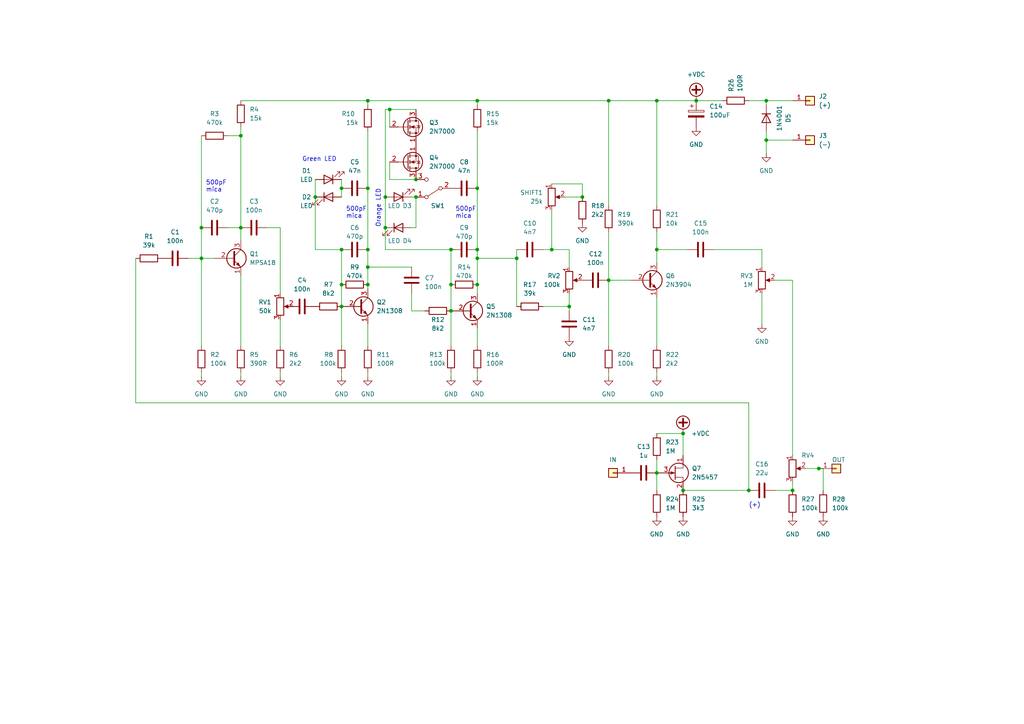
<source format=kicad_sch>
(kicad_sch (version 20230121) (generator eeschema)
  (paper "A4")
  (title_block (title "Shub-Niggurath") (rev "0.2") (company "Pieczarka!"))
  (lib_symbols
    (symbol "Connector_Generic:Conn_01x01" (pin_names (offset 1.016) hide)
      (property "Reference" "J" (at 0 2.54 0))
      (property "Value" "Conn_01x01" (at 0 -2.54 0))
      (symbol "Conn_01x01_1_1"
        (rectangle (start -1.27 0.127) (end 0 -0.127) (stroke (width 0.1524)))
        (rectangle (start -1.27 1.27) (end 1.27 -1.27) (stroke (width 0.254)) (fill (type background)))
        (pin passive line (at -5.08 0 0) (length 3.81) (name "Pin_1") (number "1"))
      )
    )
    (symbol "Device:C" (pin_numbers hide) (pin_names (offset 0.254))
      (property "Reference" "C" (at 0.635 2.54 0))
      (property "Value" "C" (at 0.635 -2.54 0))
      (symbol "C_0_1"
        (polyline (pts (xy -2.032 -0.762) (xy 2.032 -0.762)) (stroke (width 0.508)))
        (polyline (pts (xy -2.032 0.762) (xy 2.032 0.762)) (stroke (width 0.508)))
      )
      (symbol "C_1_1"
        (pin passive line (at 0 3.81 270) (length 2.794) (name "~") (number "1"))
        (pin passive line (at 0 -3.81 90) (length 2.794) (name "~") (number "2"))
      )
    )
    (symbol "Device:C_Polarized" (pin_numbers hide) (pin_names (offset 0.254))
      (property "Reference" "C" (at 0.635 2.54 0))
      (property "Value" "C_Polarized" (at 0.635 -2.54 0))
      (symbol "C_Polarized_0_1"
        (rectangle (start -2.286 0.508) (end 2.286 1.016))
        (polyline (pts (xy -1.778 2.286) (xy -0.762 2.286)))
        (polyline (pts (xy -1.27 2.794) (xy -1.27 1.778)))
        (rectangle (start 2.286 -0.508) (end -2.286 -1.016) (fill (type outline)))
      )
      (symbol "C_Polarized_1_1"
        (pin passive line (at 0 3.81 270) (length 2.794) (name "~") (number "1"))
        (pin passive line (at 0 -3.81 90) (length 2.794) (name "~") (number "2"))
      )
    )
    (symbol "Device:LED" (pin_numbers hide) (pin_names (offset 1.016) hide)
      (property "Reference" "D" (at 0 2.54 0))
      (property "Value" "LED" (at 0 -2.54 0))
      (symbol "LED_0_1"
        (polyline (pts (xy -1.27 -1.27) (xy -1.27 1.27)) (stroke (width 0.254)))
        (polyline (pts (xy -1.27 0) (xy 1.27 0)))
        (polyline (pts (xy 1.27 -1.27) (xy 1.27 1.27) (xy -1.27 0) (xy 1.27 -1.27)) (stroke (width 0.254)))
        (polyline (pts (xy -3.048 -0.762) (xy -4.572 -2.286) (xy -3.81 -2.286) (xy -4.572 -2.286) (xy -4.572 -1.524)))
        (polyline (pts (xy -1.778 -0.762) (xy -3.302 -2.286) (xy -2.54 -2.286) (xy -3.302 -2.286) (xy -3.302 -1.524)))
      )
      (symbol "LED_1_1"
        (pin passive line (at -3.81 0 0) (length 2.54) (name "K") (number "1"))
        (pin passive line (at 3.81 0 180) (length 2.54) (name "A") (number "2"))
      )
    )
    (symbol "Device:Q_NJFET_DSG" (pin_names (offset 0) hide)
      (property "Reference" "Q" (at 5.08 1.27 0))
      (property "Value" "Q_NJFET_DSG" (at 5.08 -1.27 0))
      (symbol "Q_NJFET_DSG_0_1"
        (polyline (pts (xy 0.254 1.905) (xy 0.254 -1.905) (xy 0.254 -1.905)) (stroke (width 0.254)))
        (polyline (pts (xy 2.54 -2.54) (xy 2.54 -1.27) (xy 0.254 -1.27)))
        (polyline (pts (xy 2.54 2.54) (xy 2.54 1.397) (xy 0.254 1.397)))
        (polyline (pts (xy 0 0) (xy -1.016 0.381) (xy -1.016 -0.381) (xy 0 0)) (fill (type outline)))
        (circle (center 1.27 0) (radius 2.8194) (stroke (width 0.254)))
      )
      (symbol "Q_NJFET_DSG_1_1"
        (pin passive line (at 2.54 5.08 270) (length 2.54) (name "D") (number "1"))
        (pin passive line (at 2.54 -5.08 90) (length 2.54) (name "S") (number "2"))
        (pin input line (at -5.08 0 0) (length 5.334) (name "G") (number "3"))
      )
    )
    (symbol "Device:R" (pin_numbers hide) (pin_names (offset 0))
      (property "Reference" "R" (at 2.032 0 90))
      (property "Value" "R" (at 0 0 90))
      (symbol "R_0_1"
        (rectangle (start -1.016 -2.54) (end 1.016 2.54) (stroke (width 0.254)))
      )
      (symbol "R_1_1"
        (pin passive line (at 0 3.81 270) (length 1.27) (name "~") (number "1"))
        (pin passive line (at 0 -3.81 90) (length 1.27) (name "~") (number "2"))
      )
    )
    (symbol "Device:R_Potentiometer" (pin_names (offset 1.016) hide)
      (property "Reference" "RV" (at -4.445 0 90))
      (property "Value" "R_Potentiometer" (at -2.54 0 90))
      (symbol "R_Potentiometer_0_1"
        (polyline (pts (xy 2.54 0) (xy 1.524 0)))
        (polyline (pts (xy 1.143 0) (xy 2.286 0.508) (xy 2.286 -0.508) (xy 1.143 0)) (fill (type outline)))
        (rectangle (start 1.016 2.54) (end -1.016 -2.54) (stroke (width 0.254)))
      )
      (symbol "R_Potentiometer_1_1"
        (pin passive line (at 0 3.81 270) (length 1.27) (name "1") (number "1"))
        (pin passive line (at 3.81 0 180) (length 1.27) (name "2") (number "2"))
        (pin passive line (at 0 -3.81 90) (length 1.27) (name "3") (number "3"))
      )
    )
    (symbol "Diode:1N4001" (pin_numbers hide) (pin_names hide)
      (property "Reference" "D" (at 0 2.54 0))
      (property "Value" "1N4001" (at 0 -2.54 0))
      (symbol "1N4001_0_1"
        (polyline (pts (xy -1.27 1.27) (xy -1.27 -1.27)) (stroke (width 0.254)))
        (polyline (pts (xy 1.27 0) (xy -1.27 0)))
        (polyline (pts (xy 1.27 1.27) (xy 1.27 -1.27) (xy -1.27 0) (xy 1.27 1.27)) (stroke (width 0.254)))
      )
      (symbol "1N4001_1_1"
        (pin passive line (at -3.81 0 0) (length 2.54) (name "K") (number "1"))
        (pin passive line (at 3.81 0 180) (length 2.54) (name "A") (number "2"))
      )
    )
    (symbol "Switch:SW_SPDT" (pin_names (offset 0) hide)
      (property "Reference" "SW" (at 0 4.318 0))
      (property "Value" "SW_SPDT" (at 0 -5.08 0))
      (symbol "SW_SPDT_0_0"
        (circle (center -2.032 0) (radius 0.508))
        (circle (center 2.032 -2.54) (radius 0.508))
      )
      (symbol "SW_SPDT_0_1"
        (polyline (pts (xy -1.524 0.254) (xy 1.651 2.286)))
        (circle (center 2.032 2.54) (radius 0.508))
      )
      (symbol "SW_SPDT_1_1"
        (pin passive line (at 5.08 2.54 180) (length 2.54) (name "A") (number "1"))
        (pin passive line (at -5.08 0 0) (length 2.54) (name "B") (number "2"))
        (pin passive line (at 5.08 -2.54 180) (length 2.54) (name "C") (number "3"))
      )
    )
    (symbol "Transistor_BJT:2N2219" (pin_names (offset 0) hide)
      (property "Reference" "Q" (at 5.08 1.905 0))
      (property "Value" "2N2219" (at 5.08 0 0))
      (symbol "2N2219_0_1"
        (polyline (pts (xy 0.635 0.635) (xy 2.54 2.54)))
        (polyline (pts (xy 0.635 -0.635) (xy 2.54 -2.54) (xy 2.54 -2.54)))
        (polyline (pts (xy 0.635 1.905) (xy 0.635 -1.905) (xy 0.635 -1.905)) (stroke (width 0.508)))
        (polyline (pts (xy 1.27 -1.778) (xy 1.778 -1.27) (xy 2.286 -2.286) (xy 1.27 -1.778) (xy 1.27 -1.778)) (fill (type outline)))
        (circle (center 1.27 0) (radius 2.8194) (stroke (width 0.254)))
      )
      (symbol "2N2219_1_1"
        (pin passive line (at 2.54 -5.08 90) (length 2.54) (name "E") (number "1"))
        (pin passive line (at -5.08 0 0) (length 5.715) (name "B") (number "2"))
        (pin passive line (at 2.54 5.08 270) (length 2.54) (name "C") (number "3"))
      )
    )
    (symbol "Transistor_BJT:2N3904" (pin_names (offset 0) hide)
      (property "Reference" "Q" (at 5.08 1.905 0))
      (property "Value" "2N3904" (at 5.08 0 0))
      (symbol "2N3904_0_1"
        (polyline (pts (xy 0.635 0.635) (xy 2.54 2.54)))
        (polyline (pts (xy 0.635 -0.635) (xy 2.54 -2.54) (xy 2.54 -2.54)))
        (polyline (pts (xy 0.635 1.905) (xy 0.635 -1.905) (xy 0.635 -1.905)) (stroke (width 0.508)))
        (polyline (pts (xy 1.27 -1.778) (xy 1.778 -1.27) (xy 2.286 -2.286) (xy 1.27 -1.778) (xy 1.27 -1.778)) (fill (type outline)))
        (circle (center 1.27 0) (radius 2.8194) (stroke (width 0.254)))
      )
      (symbol "2N3904_1_1"
        (pin passive line (at 2.54 -5.08 90) (length 2.54) (name "E") (number "1"))
        (pin passive line (at -5.08 0 0) (length 5.715) (name "B") (number "2"))
        (pin passive line (at 2.54 5.08 270) (length 2.54) (name "C") (number "3"))
      )
    )
    (symbol "Transistor_BJT:MPSA42" (pin_names (offset 1.016) hide)
      (property "Reference" "Q" (at 5.08 1.905 0))
      (property "Value" "MPSA42" (at 5.08 0 0))
      (symbol "MPSA42_0_1"
        (polyline (pts (xy 0 0) (xy 0.635 0)))
        (polyline (pts (xy 0.635 0.635) (xy 2.54 2.54)))
        (polyline (pts (xy 0.635 -0.635) (xy 2.54 -2.54) (xy 2.54 -2.54)))
        (polyline (pts (xy 0.635 1.905) (xy 0.635 -1.905) (xy 0.635 -1.905)) (stroke (width 0.508)))
        (polyline (pts (xy 1.27 -1.778) (xy 1.778 -1.27) (xy 2.286 -2.286) (xy 1.27 -1.778) (xy 1.27 -1.778)) (fill (type outline)))
        (circle (center 1.27 0) (radius 2.8194) (stroke (width 0.254)))
      )
      (symbol "MPSA42_1_1"
        (pin passive line (at 2.54 -5.08 90) (length 2.54) (name "E") (number "1"))
        (pin input line (at -5.08 0 0) (length 5.08) (name "B") (number "2"))
        (pin passive line (at 2.54 5.08 270) (length 2.54) (name "C") (number "3"))
      )
    )
    (symbol "Transistor_FET:2N7000" (pin_names hide)
      (property "Reference" "Q" (at 5.08 1.905 0))
      (property "Value" "2N7000" (at 5.08 0 0))
      (symbol "2N7000_0_1"
        (polyline (pts (xy 0.254 0) (xy -2.54 0)))
        (polyline (pts (xy 0.254 1.905) (xy 0.254 -1.905)) (stroke (width 0.254)))
        (polyline (pts (xy 0.762 -1.27) (xy 0.762 -2.286)) (stroke (width 0.254)))
        (polyline (pts (xy 0.762 0.508) (xy 0.762 -0.508)) (stroke (width 0.254)))
        (polyline (pts (xy 0.762 2.286) (xy 0.762 1.27)) (stroke (width 0.254)))
        (polyline (pts (xy 2.54 2.54) (xy 2.54 1.778)))
        (polyline (pts (xy 2.54 -2.54) (xy 2.54 0) (xy 0.762 0)))
        (polyline (pts (xy 0.762 -1.778) (xy 3.302 -1.778) (xy 3.302 1.778) (xy 0.762 1.778)))
        (polyline (pts (xy 1.016 0) (xy 2.032 0.381) (xy 2.032 -0.381) (xy 1.016 0)) (fill (type outline)))
        (polyline (pts (xy 2.794 0.508) (xy 2.921 0.381) (xy 3.683 0.381) (xy 3.81 0.254)))
        (polyline (pts (xy 3.302 0.381) (xy 2.921 -0.254) (xy 3.683 -0.254) (xy 3.302 0.381)))
        (circle (center 1.651 0) (radius 2.794) (stroke (width 0.254)))
        (circle (center 2.54 -1.778) (radius 0.254) (fill (type outline)))
        (circle (center 2.54 1.778) (radius 0.254) (fill (type outline)))
      )
      (symbol "2N7000_1_1"
        (pin passive line (at 2.54 -5.08 90) (length 2.54) (name "S") (number "1"))
        (pin input line (at -5.08 0 0) (length 2.54) (name "G") (number "2"))
        (pin passive line (at 2.54 5.08 270) (length 2.54) (name "D") (number "3"))
      )
    )
    (symbol "power:+VDC" (power) (pin_names (offset 0))
      (property "Value" "+VDC" (at 0 6.35 0))
      (symbol "+VDC_0_1"
        (polyline (pts (xy -1.143 3.175) (xy 1.143 3.175)) (stroke (width 0.508)))
        (polyline (pts (xy 0 0) (xy 0 1.27)))
        (polyline (pts (xy 0 2.032) (xy 0 4.318)) (stroke (width 0.508)))
        (circle (center 0 3.175) (radius 1.905) (stroke (width 0.254)))
      )
      (symbol "+VDC_1_1"
        (pin power_in line (at 0 0 90) (length 0) hide (name "+VDC") (number "1"))
      )
    )
    (symbol "power:GND" (power) (pin_names (offset 0))
      (property "Value" "GND" (at 0 -3.81 0))
      (symbol "GND_0_1"
        (polyline (pts (xy 0 0) (xy 0 -1.27) (xy 1.27 -1.27) (xy 0 -2.54) (xy -1.27 -1.27) (xy 0 -1.27)))
      )
      (symbol "GND_1_1"
        (pin power_in line (at 0 0 270) (length 0) hide (name "GND") (number "1"))
      )
    )
  )
  (junction (at 130.81 82.55))
  (junction (at 176.53 29.21))
  (junction (at 130.81 72.39))
  (junction (at 198.12 125.73))
  (junction (at 201.93 29.21))
  (junction (at 237.49 135.89))
  (junction (at 120.65 52.07))
  (junction (at 99.06 88.9))
  (junction (at 190.5 137.16))
  (junction (at 138.43 74.93))
  (junction (at 190.5 72.39))
  (junction (at 222.25 40.64))
  (junction (at 99.06 72.39))
  (junction (at 69.85 39.37))
  (junction (at 106.68 29.21))
  (junction (at 130.81 90.17))
  (junction (at 113.03 31.75))
  (junction (at 99.06 82.55))
  (junction (at 99.06 54.61))
  (junction (at 217.17 142.24))
  (junction (at 111.76 57.15))
  (junction (at 106.68 72.39))
  (junction (at 176.53 81.28))
  (junction (at 106.68 82.55))
  (junction (at 106.68 54.61))
  (junction (at 198.12 142.24))
  (junction (at 138.43 82.55))
  (junction (at 165.1 88.9))
  (junction (at 58.42 66.04))
  (junction (at 69.85 66.04))
  (junction (at 91.44 57.15))
  (junction (at 58.42 74.93))
  (junction (at 106.68 77.47))
  (junction (at 149.86 74.93))
  (junction (at 190.5 29.21))
  (junction (at 138.43 54.61))
  (junction (at 138.43 72.39))
  (junction (at 160.02 72.39))
  (junction (at 222.25 29.21))
  (junction (at 111.76 66.04))
  (junction (at 229.87 142.24))
  (junction (at 168.91 57.15))
  (junction (at 138.43 29.21))
  (junction (at 120.65 57.15))
  (wire (pts (xy 120.65 52.07) (xy 113.03 52.07)))
  (wire (pts (xy 138.43 74.93) (xy 138.43 82.55)))
  (wire (pts (xy 222.25 40.64) (xy 222.25 38.1)))
  (wire (pts (xy 99.06 52.07) (xy 99.06 54.61)))
  (wire (pts (xy 85.09 88.9) (xy 83.82 88.9)))
  (wire (pts (xy 106.68 29.21) (xy 106.68 30.48)))
  (wire (pts (xy 160.02 72.39) (xy 165.1 72.39)))
  (wire (pts (xy 217.17 116.84) (xy 39.37 116.84)))
  (wire (pts (xy 190.5 137.16) (xy 190.5 142.24)))
  (wire (pts (xy 190.5 29.21) (xy 190.5 59.69)))
  (wire (pts (xy 138.43 72.39) (xy 138.43 74.93)))
  (wire (pts (xy 113.03 52.07) (xy 113.03 46.99)))
  (wire (pts (xy 190.5 125.73) (xy 198.12 125.73)))
  (wire (pts (xy 157.48 88.9) (xy 165.1 88.9)))
  (wire (pts (xy 163.83 57.15) (xy 168.91 57.15)))
  (wire (pts (xy 176.53 29.21) (xy 176.53 59.69)))
  (wire (pts (xy 168.91 53.34) (xy 168.91 57.15)))
  (wire (pts (xy 160.02 60.96) (xy 160.02 72.39)))
  (wire (pts (xy 222.25 44.45) (xy 222.25 40.64)))
  (wire (pts (xy 190.5 67.31) (xy 190.5 72.39)))
  (wire (pts (xy 138.43 95.25) (xy 138.43 100.33)))
  (wire (pts (xy 138.43 107.95) (xy 138.43 109.22)))
  (wire (pts (xy 229.87 139.7) (xy 229.87 142.24)))
  (wire (pts (xy 220.98 72.39) (xy 220.98 77.47)))
  (wire (pts (xy 119.38 77.47) (xy 106.68 77.47)))
  (wire (pts (xy 106.68 93.98) (xy 106.68 100.33)))
  (wire (pts (xy 138.43 29.21) (xy 138.43 30.48)))
  (wire (pts (xy 222.25 29.21) (xy 229.87 29.21)))
  (wire (pts (xy 69.85 29.21) (xy 106.68 29.21)))
  (wire (pts (xy 217.17 29.21) (xy 222.25 29.21)))
  (wire (pts (xy 119.38 90.17) (xy 123.19 90.17)))
  (wire (pts (xy 138.43 74.93) (xy 149.86 74.93)))
  (wire (pts (xy 229.87 81.28) (xy 229.87 132.08)))
  (wire (pts (xy 237.49 135.89) (xy 238.76 135.89)))
  (wire (pts (xy 58.42 74.93) (xy 58.42 66.04)))
  (wire (pts (xy 176.53 107.95) (xy 176.53 109.22)))
  (wire (pts (xy 81.28 66.04) (xy 77.47 66.04)))
  (wire (pts (xy 111.76 66.04) (xy 111.76 72.39)))
  (wire (pts (xy 81.28 92.71) (xy 81.28 100.33)))
  (wire (pts (xy 69.85 107.95) (xy 69.85 109.22)))
  (wire (pts (xy 190.5 29.21) (xy 201.93 29.21)))
  (wire (pts (xy 190.5 107.95) (xy 190.5 109.22)))
  (wire (pts (xy 138.43 38.1) (xy 138.43 54.61)))
  (wire (pts (xy 111.76 57.15) (xy 111.76 66.04)))
  (wire (pts (xy 132.08 72.39) (xy 130.81 72.39)))
  (wire (pts (xy 99.06 107.95) (xy 99.06 109.22)))
  (wire (pts (xy 198.12 142.24) (xy 217.17 142.24)))
  (wire (pts (xy 58.42 66.04) (xy 58.42 39.37)))
  (wire (pts (xy 69.85 80.01) (xy 69.85 100.33)))
  (wire (pts (xy 99.06 54.61) (xy 99.06 57.15)))
  (wire (pts (xy 106.68 72.39) (xy 106.68 77.47)))
  (wire (pts (xy 69.85 66.04) (xy 69.85 69.85)))
  (wire (pts (xy 58.42 74.93) (xy 62.23 74.93)))
  (wire (pts (xy 111.76 72.39) (xy 130.81 72.39)))
  (wire (pts (xy 81.28 85.09) (xy 81.28 66.04)))
  (wire (pts (xy 119.38 90.17) (xy 119.38 85.09)))
  (wire (pts (xy 106.68 83.82) (xy 106.68 82.55)))
  (wire (pts (xy 190.5 72.39) (xy 190.5 76.2)))
  (wire (pts (xy 69.85 36.83) (xy 69.85 39.37)))
  (wire (pts (xy 99.06 72.39) (xy 99.06 82.55)))
  (wire (pts (xy 182.88 81.28) (xy 176.53 81.28)))
  (wire (pts (xy 130.81 107.95) (xy 130.81 109.22)))
  (wire (pts (xy 58.42 107.95) (xy 58.42 109.22)))
  (wire (pts (xy 190.5 86.36) (xy 190.5 100.33)))
  (wire (pts (xy 111.76 31.75) (xy 113.03 31.75)))
  (wire (pts (xy 176.53 81.28) (xy 176.53 67.31)))
  (wire (pts (xy 54.61 74.93) (xy 58.42 74.93)))
  (wire (pts (xy 229.87 81.28) (xy 224.79 81.28)))
  (wire (pts (xy 120.65 66.04) (xy 119.38 66.04)))
  (wire (pts (xy 165.1 88.9) (xy 165.1 90.17)))
  (wire (pts (xy 81.28 107.95) (xy 81.28 109.22)))
  (wire (pts (xy 66.04 39.37) (xy 69.85 39.37)))
  (wire (pts (xy 149.86 74.93) (xy 149.86 88.9)))
  (wire (pts (xy 106.68 77.47) (xy 106.68 82.55)))
  (wire (pts (xy 119.38 57.15) (xy 120.65 57.15)))
  (wire (pts (xy 190.5 133.35) (xy 190.5 137.16)))
  (wire (pts (xy 222.25 30.48) (xy 222.25 29.21)))
  (wire (pts (xy 106.68 107.95) (xy 106.68 109.22)))
  (wire (pts (xy 69.85 39.37) (xy 69.85 66.04)))
  (wire (pts (xy 91.44 57.15) (xy 91.44 72.39)))
  (wire (pts (xy 91.44 52.07) (xy 91.44 57.15)))
  (wire (pts (xy 160.02 53.34) (xy 168.91 53.34)))
  (wire (pts (xy 91.44 72.39) (xy 99.06 72.39)))
  (wire (pts (xy 113.03 31.75) (xy 113.03 36.83)))
  (wire (pts (xy 138.43 54.61) (xy 138.43 72.39)))
  (wire (pts (xy 220.98 85.09) (xy 220.98 93.98)))
  (wire (pts (xy 149.86 72.39) (xy 149.86 74.93)))
  (wire (pts (xy 190.5 72.39) (xy 199.39 72.39)))
  (wire (pts (xy 99.06 88.9) (xy 99.06 100.33)))
  (wire (pts (xy 229.87 142.24) (xy 224.79 142.24)))
  (wire (pts (xy 106.68 29.21) (xy 138.43 29.21)))
  (wire (pts (xy 201.93 29.21) (xy 209.55 29.21)))
  (wire (pts (xy 130.81 72.39) (xy 130.81 82.55)))
  (wire (pts (xy 120.65 31.75) (xy 113.03 31.75)))
  (wire (pts (xy 106.68 54.61) (xy 106.68 72.39)))
  (wire (pts (xy 157.48 72.39) (xy 160.02 72.39)))
  (wire (pts (xy 217.17 116.84) (xy 217.17 142.24)))
  (wire (pts (xy 66.04 66.04) (xy 69.85 66.04)))
  (wire (pts (xy 111.76 57.15) (xy 111.76 31.75)))
  (wire (pts (xy 233.68 135.89) (xy 237.49 135.89)))
  (wire (pts (xy 138.43 85.09) (xy 138.43 82.55)))
  (wire (pts (xy 165.1 72.39) (xy 165.1 77.47)))
  (wire (pts (xy 207.01 72.39) (xy 220.98 72.39)))
  (wire (pts (xy 165.1 85.09) (xy 165.1 88.9)))
  (wire (pts (xy 106.68 38.1) (xy 106.68 54.61)))
  (wire (pts (xy 176.53 29.21) (xy 190.5 29.21)))
  (wire (pts (xy 120.65 57.15) (xy 120.65 66.04)))
  (wire (pts (xy 229.87 40.64) (xy 222.25 40.64)))
  (wire (pts (xy 58.42 74.93) (xy 58.42 100.33)))
  (wire (pts (xy 130.81 82.55) (xy 130.81 90.17)))
  (wire (pts (xy 130.81 90.17) (xy 130.81 100.33)))
  (wire (pts (xy 238.76 135.89) (xy 238.76 142.24)))
  (wire (pts (xy 176.53 81.28) (xy 176.53 100.33)))
  (wire (pts (xy 138.43 29.21) (xy 176.53 29.21)))
  (wire (pts (xy 99.06 82.55) (xy 99.06 88.9)))
  (wire (pts (xy 39.37 74.93) (xy 39.37 116.84)))
  (wire (pts (xy 198.12 125.73) (xy 198.12 132.08)))
  (text "500pF \nmica" (at 100.33 63.5 0) (effects (font (size 1.27 1.27)) (justify left bottom)))
  (text "Orange LED" (at 110.49 66.04 90) (effects (font (size 1.27 1.27)) (justify left bottom)))
  (text "500pF \nmica" (at 59.69 55.88 0) (effects (font (size 1.27 1.27)) (justify left bottom)))
  (text "Green LED" (at 87.63 46.99 0) (effects (font (size 1.27 1.27)) (justify left bottom)))
  (text "500pF \nmica" (at 132.08 63.5 0) (effects (font (size 1.27 1.27)) (justify left bottom)))
  (text "(+)" (at 217.17 147.32 0) (effects (font (size 1.27 1.27)) (justify left bottom)))
  (symbol (lib_id "Device:R") (at 130.81 104.14 0) (unit 1)
    (property "Reference" "R13" (at 124.46 102.87 0) (effects (justify left)))
    (property "Value" "100k" (at 124.46 105.41 0) (effects (justify left)))
    (property "Footprint" "Resistor_THT:R_Axial_DIN0204_L3.6mm_D1.6mm_P2.54mm_Vertical" (effects hide))
  )
  (symbol (lib_id "Device:R") (at 69.85 33.02 0) (unit 1)
    (property "Reference" "R4" (at 72.39 31.7499 0) (effects (justify left)))
    (property "Value" "15k" (at 72.39 34.2899 0) (effects (justify left)))
    (property "Footprint" "Resistor_THT:R_Axial_DIN0204_L3.6mm_D1.6mm_P2.54mm_Vertical" (effects hide))
  )
  (symbol (lib_id "Device:R") (at 102.87 82.55 90) (unit 1)
    (property "Reference" "R9" (at 102.87 77.47 90))
    (property "Value" "470k" (at 102.87 80.01 90))
    (property "Footprint" "Resistor_THT:R_Axial_DIN0204_L3.6mm_D1.6mm_P5.08mm_Horizontal" (effects hide))
  )
  (symbol (lib_id "Device:R") (at 69.85 104.14 0) (unit 1)
    (property "Reference" "R5" (at 72.39 102.8699 0) (effects (justify left)))
    (property "Value" "390R" (at 72.39 105.4099 0) (effects (justify left)))
    (property "Footprint" "Resistor_THT:R_Axial_DIN0204_L3.6mm_D1.6mm_P2.54mm_Vertical" (effects hide))
    (property "Pole4" "wyższa wartosc bo wyższe wzmocnienie" (effects hide))
  )
  (symbol (lib_id "Device:R") (at 176.53 63.5 0) (unit 1)
    (property "Reference" "R19" (at 179.07 62.2299 0) (effects (justify left)))
    (property "Value" "390k" (at 179.07 64.7699 0) (effects (justify left)))
    (property "Footprint" "Resistor_THT:R_Axial_DIN0204_L3.6mm_D1.6mm_P2.54mm_Vertical" (effects hide))
  )
  (symbol (lib_id "Connector_Generic:Conn_01x01") (at 234.95 40.64 0) (unit 1)
    (property "Reference" "J3" (at 237.49 39.3699 0) (effects (justify left)))
    (property "Value" "(-)" (at 237.49 41.9099 0) (effects (justify left)))
    (property "Footprint" "Connector_Pin:Pin_D0.7mm_L6.5mm_W1.8mm_FlatFork" (effects hide))
  )
  (symbol (lib_id "power:GND") (at 58.42 109.22 0) (unit 1)
    (property "Reference" "#PWR01" (effects hide))
    (property "Value" "GND" (at 58.42 114.3 0))
  )
  (symbol (lib_id "Transistor_FET:2N7000") (at 118.11 46.99 0) (mirror x) (unit 1)
    (property "Reference" "Q4" (at 124.46 45.7199 0) (effects (justify left)))
    (property "Value" "2N7000" (at 124.46 48.2599 0) (effects (justify left)))
    (property "Footprint" "Package_TO_SOT_THT:TO-92_Inline" (effects hide))
    (property "Datasheet" "https://www.vishay.com/docs/70226/70226.pdf" (effects hide))
  )
  (symbol (lib_id "power:GND") (at 69.85 109.22 0) (unit 1)
    (property "Reference" "#PWR02" (effects hide))
    (property "Value" "GND" (at 69.85 114.3 0))
  )
  (symbol (lib_id "Device:R_Potentiometer") (at 165.1 81.28 0) (unit 1)
    (property "Reference" "RV2" (at 162.56 80.0099 0) (effects (justify right)))
    (property "Value" "100k" (at 162.56 82.5499 0) (effects (justify right)))
    (property "Footprint" "varia:potek2" (effects hide))
  )
  (symbol (lib_id "Device:C") (at 165.1 93.98 180) (unit 1)
    (property "Reference" "C11" (at 168.91 92.7099 0) (effects (justify right)))
    (property "Value" "4n7" (at 168.91 95.2499 0) (effects (justify right)))
    (property "Footprint" "Capacitor_THT:C_Rect_L7.2mm_W5.5mm_P5.00mm_FKS2_FKP2_MKS2_MKP2" (effects hide))
  )
  (symbol (lib_id "Device:C") (at 102.87 54.61 90) (unit 1)
    (property "Reference" "C5" (at 102.87 46.99 90))
    (property "Value" "47n" (at 102.87 49.53 90))
    (property "Footprint" "Capacitor_THT:C_Rect_L7.2mm_W5.5mm_P5.00mm_FKS2_FKP2_MKS2_MKP2" (effects hide))
  )
  (symbol (lib_id "power:GND") (at 130.81 109.22 0) (unit 1)
    (property "Reference" "#PWR06" (effects hide))
    (property "Value" "GND" (at 130.81 114.3 0))
  )
  (symbol (lib_id "Device:C_Polarized") (at 201.93 33.02 0) (unit 1)
    (property "Reference" "C14" (at 205.74 30.8609 0) (effects (justify left)))
    (property "Value" "100uF" (at 205.74 33.4009 0) (effects (justify left)))
    (property "Footprint" "Capacitor_THT:CP_Radial_D8.0mm_P5.00mm" (effects hide))
  )
  (symbol (lib_id "Device:R_Potentiometer") (at 229.87 135.89 0) (unit 1)
    (property "Reference" "RV4" (at 236.22 132.08 0) (effects (justify right)))
    (property "Value" "100k" (effects hide))
    (property "Footprint" "varia:potek2" (effects hide))
  )
  (symbol (lib_id "Device:R") (at 106.68 104.14 0) (unit 1)
    (property "Reference" "R11" (at 109.22 102.8699 0) (effects (justify left)))
    (property "Value" "100R" (at 109.22 105.4099 0) (effects (justify left)))
    (property "Footprint" "Resistor_THT:R_Axial_DIN0204_L3.6mm_D1.6mm_P2.54mm_Vertical" (effects hide))
  )
  (symbol (lib_id "Device:R") (at 95.25 88.9 90) (unit 1)
    (property "Reference" "R7" (at 95.25 82.55 90))
    (property "Value" "8k2" (at 95.25 85.09 90))
    (property "Footprint" "Resistor_THT:R_Axial_DIN0204_L3.6mm_D1.6mm_P2.54mm_Vertical" (effects hide))
  )
  (symbol (lib_id "Switch:SW_SPDT") (at 125.73 54.61 180) (unit 1)
    (property "Reference" "SW1" (at 127 59.69 0))
    (property "Value" "SW_SPDT" (effects hide))
    (property "Footprint" "varia:potek2" (effects hide))
  )
  (symbol (lib_id "Device:C") (at 50.8 74.93 90) (unit 1)
    (property "Reference" "C1" (at 50.8 67.31 90))
    (property "Value" "100n" (at 50.8 69.85 90))
    (property "Footprint" "Capacitor_THT:C_Rect_L13.0mm_W5.0mm_P10.00mm_FKS3_FKP3_MKS4" (effects hide))
  )
  (symbol (lib_id "Device:R") (at 43.18 74.93 90) (unit 1)
    (property "Reference" "R1" (at 43.18 68.58 90))
    (property "Value" "39k" (at 43.18 71.12 90))
    (property "Footprint" "Resistor_THT:R_Axial_DIN0204_L3.6mm_D1.6mm_P2.54mm_Vertical" (effects hide))
  )
  (symbol (lib_id "Transistor_BJT:2N3904") (at 187.96 81.28 0) (unit 1)
    (property "Reference" "Q6" (at 193.04 80.0099 0) (effects (justify left)))
    (property "Value" "2N3904" (at 193.04 82.5499 0) (effects (justify left)))
    (property "Footprint" "Package_TO_SOT_THT:TO-92_Inline" (effects hide))
    (property "Datasheet" "https://www.onsemi.com/pub/Collateral/2N3903-D.PDF" (effects hide))
  )
  (symbol (lib_id "power:GND") (at 229.87 149.86 0) (unit 1)
    (property "Reference" "#PWR019" (effects hide))
    (property "Value" "GND" (at 229.87 154.94 0))
  )
  (symbol (lib_id "Device:C") (at 102.87 72.39 90) (unit 1)
    (property "Reference" "C6" (at 102.87 66.04 90))
    (property "Value" "470p" (at 102.87 68.58 90))
    (property "Footprint" "Capacitor_THT:C_Rect_L10.0mm_W5.0mm_P5.00mm_P7.50mm" (effects hide))
  )
  (symbol (lib_id "power:GND") (at 190.5 109.22 0) (unit 1)
    (property "Reference" "#PWR011" (effects hide))
    (property "Value" "GND" (at 190.5 114.3 0))
  )
  (symbol (lib_id "Connector_Generic:Conn_01x01") (at 242.57 135.89 0) (unit 1)
    (property "Reference" "J4" (effects hide))
    (property "Value" "OUT" (at 241.3 133.35 0) (effects (justify left)))
    (property "Footprint" "Connector_Pin:Pin_D0.7mm_L6.5mm_W1.8mm_FlatFork" (effects hide))
  )
  (symbol (lib_id "Device:R") (at 198.12 146.05 0) (unit 1)
    (property "Reference" "R25" (at 200.66 144.7799 0) (effects (justify left)))
    (property "Value" "3k3" (at 200.66 147.3199 0) (effects (justify left)))
    (property "Footprint" "Resistor_THT:R_Axial_DIN0204_L3.6mm_D1.6mm_P2.54mm_Vertical" (effects hide))
  )
  (symbol (lib_id "Device:R") (at 190.5 63.5 0) (unit 1)
    (property "Reference" "R21" (at 193.04 62.2299 0) (effects (justify left)))
    (property "Value" "10k" (at 193.04 64.7699 0) (effects (justify left)))
    (property "Footprint" "Resistor_THT:R_Axial_DIN0204_L3.6mm_D1.6mm_P2.54mm_Vertical" (effects hide))
  )
  (symbol (lib_id "Device:R_Potentiometer") (at 160.02 57.15 0) (unit 1)
    (property "Reference" "SHIFT1" (at 157.48 55.8799 0) (effects (justify right)))
    (property "Value" "25k" (at 157.48 58.4199 0) (effects (justify right)))
    (property "Footprint" "varia:potek2" (effects hide))
  )
  (symbol (lib_id "Device:R") (at 190.5 104.14 0) (unit 1)
    (property "Reference" "R22" (at 193.04 102.8699 0) (effects (justify left)))
    (property "Value" "2k2" (at 193.04 105.4099 0) (effects (justify left)))
    (property "Footprint" "Resistor_THT:R_Axial_DIN0204_L3.6mm_D1.6mm_P2.54mm_Vertical" (effects hide))
  )
  (symbol (lib_id "Device:LED") (at 95.25 52.07 180) (unit 1)
    (property "Reference" "D1" (at 88.9 49.53 0))
    (property "Value" "LED" (at 88.9 52.07 0))
    (property "Footprint" "LED_THT:LED_D3.0mm" (effects hide))
  )
  (symbol (lib_id "Device:R") (at 58.42 104.14 0) (unit 1)
    (property "Reference" "R2" (at 60.96 102.8699 0) (effects (justify left)))
    (property "Value" "100k" (at 60.96 105.4099 0) (effects (justify left)))
    (property "Footprint" "Resistor_THT:R_Axial_DIN0204_L3.6mm_D1.6mm_P2.54mm_Vertical" (effects hide))
  )
  (symbol (lib_id "Connector_Generic:Conn_01x01") (at 234.95 29.21 0) (unit 1)
    (property "Reference" "J2" (at 237.49 27.9399 0) (effects (justify left)))
    (property "Value" "(+)" (at 237.49 30.4799 0) (effects (justify left)))
    (property "Footprint" "Connector_Pin:Pin_D0.7mm_L6.5mm_W1.8mm_FlatFork" (effects hide))
  )
  (symbol (lib_id "Transistor_BJT:MPSA42") (at 67.31 74.93 0) (unit 1)
    (property "Reference" "Q1" (at 72.39 73.6599 0) (effects (justify left)))
    (property "Value" "MPSA18" (at 72.39 76.1999 0) (effects (justify left)))
    (property "Footprint" "Package_TO_SOT_THT:TO-92_Inline" (effects hide))
    (property "Datasheet" "http://www.onsemi.com/pub_link/Collateral/MPSA42-D.PDF" (effects hide))
  )
  (symbol (lib_id "Device:R") (at 62.23 39.37 90) (unit 1)
    (property "Reference" "R3" (at 62.23 33.02 90))
    (property "Value" "470k" (at 62.23 35.56 90))
    (property "Footprint" "Resistor_THT:R_Axial_DIN0204_L3.6mm_D1.6mm_P2.54mm_Vertical" (effects hide))
  )
  (symbol (lib_id "Device:R") (at 190.5 146.05 0) (unit 1)
    (property "Reference" "R24" (at 193.04 144.7799 0) (effects (justify left)))
    (property "Value" "1M" (at 193.04 147.3199 0) (effects (justify left)))
    (property "Footprint" "Resistor_THT:R_Axial_DIN0204_L3.6mm_D1.6mm_P2.54mm_Vertical" (effects hide))
  )
  (symbol (lib_id "power:GND") (at 238.76 149.86 0) (unit 1)
    (property "Reference" "#PWR020" (effects hide))
    (property "Value" "GND" (at 238.76 154.94 0))
  )
  (symbol (lib_id "power:GND") (at 165.1 97.79 0) (unit 1)
    (property "Reference" "#PWR08" (effects hide))
    (property "Value" "GND" (at 165.1 102.87 0))
  )
  (symbol (lib_id "Device:Q_NJFET_DSG") (at 195.58 137.16 0) (unit 1)
    (property "Reference" "Q7" (at 200.66 135.8899 0) (effects (justify left)))
    (property "Value" "2N5457" (at 200.66 138.4299 0) (effects (justify left)))
    (property "Footprint" "Package_TO_SOT_THT:TO-92L" (effects hide))
  )
  (symbol (lib_id "Transistor_BJT:2N2219") (at 135.89 90.17 0) (unit 1)
    (property "Reference" "Q5" (at 140.97 88.8999 0) (effects (justify left)))
    (property "Value" "2N1308" (at 140.97 91.4399 0) (effects (justify left)))
    (property "Footprint" "Package_TO_SOT_THT:TO-5-3" (effects hide))
    (property "Datasheet" "http://www.onsemi.com/pub_link/Collateral/2N2219-D.PDF" (effects hide))
  )
  (symbol (lib_id "Device:C") (at 87.63 88.9 90) (unit 1)
    (property "Reference" "C4" (at 87.63 81.28 90))
    (property "Value" "100n" (at 87.63 83.82 90))
    (property "Footprint" "Capacitor_THT:C_Rect_L13.0mm_W5.0mm_P10.00mm_FKS3_FKP3_MKS4" (effects hide))
  )
  (symbol (lib_id "Device:R") (at 238.76 146.05 0) (unit 1)
    (property "Reference" "R28" (at 241.3 144.7799 0) (effects (justify left)))
    (property "Value" "100k" (at 241.3 147.3199 0) (effects (justify left)))
    (property "Footprint" "Resistor_THT:R_Axial_DIN0204_L3.6mm_D1.6mm_P7.62mm_Horizontal" (effects hide))
  )
  (symbol (lib_id "Device:C") (at 73.66 66.04 90) (unit 1)
    (property "Reference" "C3" (at 73.66 58.42 90))
    (property "Value" "100n" (at 73.66 60.96 90))
    (property "Footprint" "Capacitor_THT:C_Rect_L13.0mm_W5.0mm_P10.00mm_FKS3_FKP3_MKS4" (effects hide))
  )
  (symbol (lib_id "power:GND") (at 81.28 109.22 0) (unit 1)
    (property "Reference" "#PWR03" (effects hide))
    (property "Value" "GND" (at 81.28 114.3 0))
  )
  (symbol (lib_id "Device:R") (at 153.67 88.9 90) (unit 1)
    (property "Reference" "R17" (at 153.67 82.55 90))
    (property "Value" "39k" (at 153.67 85.09 90))
    (property "Footprint" "Resistor_THT:R_Axial_DIN0204_L3.6mm_D1.6mm_P2.54mm_Vertical" (effects hide))
  )
  (symbol (lib_id "power:+VDC") (at 198.12 125.73 0) (unit 1)
    (property "Reference" "#PWR013" (effects hide))
    (property "Value" "+VDC" (at 203.2 125.73 0))
  )
  (symbol (lib_id "Device:C") (at 134.62 72.39 90) (unit 1)
    (property "Reference" "C9" (at 134.62 66.04 90))
    (property "Value" "470p" (at 134.62 68.58 90))
    (property "Footprint" "Capacitor_THT:C_Rect_L10.0mm_W5.0mm_P5.00mm_P7.50mm" (effects hide))
  )
  (symbol (lib_id "Device:R") (at 190.5 129.54 0) (unit 1)
    (property "Reference" "R23" (at 193.04 128.2699 0) (effects (justify left)))
    (property "Value" "1M" (at 193.04 130.8099 0) (effects (justify left)))
    (property "Footprint" "Resistor_THT:R_Axial_DIN0204_L3.6mm_D1.6mm_P7.62mm_Horizontal" (effects hide))
  )
  (symbol (lib_id "power:GND") (at 222.25 44.45 0) (unit 1)
    (property "Reference" "#PWR018" (effects hide))
    (property "Value" "GND" (at 222.25 49.53 0))
  )
  (symbol (lib_id "power:GND") (at 220.98 93.98 0) (unit 1)
    (property "Reference" "#PWR017" (effects hide))
    (property "Value" "GND" (at 220.98 99.06 0))
  )
  (symbol (lib_id "power:GND") (at 201.93 36.83 0) (unit 1)
    (property "Reference" "#PWR016" (effects hide))
    (property "Value" "GND" (at 201.93 41.91 0))
  )
  (symbol (lib_id "power:GND") (at 99.06 109.22 0) (unit 1)
    (property "Reference" "#PWR04" (effects hide))
    (property "Value" "GND" (at 99.06 114.3 0))
  )
  (symbol (lib_id "Device:R") (at 81.28 104.14 0) (unit 1)
    (property "Reference" "R6" (at 83.82 102.8699 0) (effects (justify left)))
    (property "Value" "2k2" (at 83.82 105.4099 0) (effects (justify left)))
    (property "Footprint" "Resistor_THT:R_Axial_DIN0204_L3.6mm_D1.6mm_P2.54mm_Vertical" (effects hide))
  )
  (symbol (lib_id "Device:R") (at 127 90.17 90) (unit 1)
    (property "Reference" "R12" (at 127 92.71 90))
    (property "Value" "8k2" (at 127 95.25 90))
    (property "Footprint" "Resistor_THT:R_Axial_DIN0204_L3.6mm_D1.6mm_P2.54mm_Vertical" (effects hide))
  )
  (symbol (lib_id "Device:C") (at 220.98 142.24 90) (unit 1)
    (property "Reference" "C16" (at 220.98 134.62 90))
    (property "Value" "22u" (at 220.98 137.16 90))
    (property "Footprint" "Capacitor_THT:CP_Radial_D8.0mm_P5.00mm" (effects hide))
  )
  (symbol (lib_id "Device:R_Potentiometer") (at 220.98 81.28 0) (unit 1)
    (property "Reference" "RV3" (at 218.44 80.0099 0) (effects (justify right)))
    (property "Value" "1M" (at 218.44 82.5499 0) (effects (justify right)))
    (property "Footprint" "varia:potek2" (effects hide))
  )
  (symbol (lib_id "Device:C") (at 153.67 72.39 270) (unit 1)
    (property "Reference" "C10" (at 153.67 64.77 90))
    (property "Value" "4n7" (at 153.67 67.31 90))
    (property "Footprint" "Capacitor_THT:C_Rect_L7.2mm_W5.5mm_P5.00mm_FKS2_FKP2_MKS2_MKP2" (effects hide))
  )
  (symbol (lib_id "power:GND") (at 190.5 149.86 0) (unit 1)
    (property "Reference" "#PWR012" (effects hide))
    (property "Value" "GND" (at 190.5 154.94 0))
  )
  (symbol (lib_id "Device:C") (at 203.2 72.39 90) (unit 1)
    (property "Reference" "C15" (at 203.2 64.77 90))
    (property "Value" "100n" (at 203.2 67.31 90))
    (property "Footprint" "Capacitor_THT:C_Rect_L13.0mm_W5.0mm_P10.00mm_FKS3_FKP3_MKS4" (effects hide))
  )
  (symbol (lib_id "Connector_Generic:Conn_01x01") (at 177.8 137.16 180) (unit 1)
    (property "Reference" "J1" (effects hide))
    (property "Value" "IN" (at 177.8 133.35 0))
    (property "Footprint" "Connector_Pin:Pin_D0.7mm_L6.5mm_W1.8mm_FlatFork" (effects hide))
  )
  (symbol (lib_id "Device:R") (at 138.43 104.14 0) (unit 1)
    (property "Reference" "R16" (at 140.97 102.8699 0) (effects (justify left)))
    (property "Value" "100R" (at 140.97 105.4099 0) (effects (justify left)))
    (property "Footprint" "Resistor_THT:R_Axial_DIN0204_L3.6mm_D1.6mm_P2.54mm_Vertical" (effects hide))
  )
  (symbol (lib_id "Device:LED") (at 95.25 57.15 0) (unit 1)
    (property "Reference" "D2" (at 88.9 57.15 0))
    (property "Value" "LED" (at 88.9 59.69 0))
    (property "Footprint" "LED_THT:LED_D3.0mm" (effects hide))
  )
  (symbol (lib_id "Device:C") (at 62.23 66.04 90) (unit 1)
    (property "Reference" "C2" (at 62.23 58.42 90))
    (property "Value" "470p" (at 62.23 60.96 90))
    (property "Footprint" "Capacitor_THT:C_Rect_L10.0mm_W5.0mm_P5.00mm_P7.50mm" (effects hide))
  )
  (symbol (lib_id "Device:R") (at 134.62 82.55 90) (unit 1)
    (property "Reference" "R14" (at 134.62 77.47 90))
    (property "Value" "470k" (at 134.62 80.01 90))
    (property "Footprint" "Resistor_THT:R_Axial_DIN0204_L3.6mm_D1.6mm_P5.08mm_Horizontal" (effects hide))
  )
  (symbol (lib_id "Diode:1N4001") (at 222.25 34.29 270) (unit 1)
    (property "Reference" "D5" (at 228.6 34.29 0))
    (property "Value" "1N4001" (at 226.06 34.29 0))
    (property "Footprint" "Diode_THT:D_DO-41_SOD81_P5.08mm_Vertical_KathodeUp" (effects hide))
    (property "Datasheet" "http://www.vishay.com/docs/88503/1n4001.pdf" (effects hide))
  )
  (symbol (lib_id "power:GND") (at 106.68 109.22 0) (unit 1)
    (property "Reference" "#PWR05" (effects hide))
    (property "Value" "GND" (at 106.68 114.3 0))
  )
  (symbol (lib_id "power:GND") (at 138.43 109.22 0) (unit 1)
    (property "Reference" "#PWR07" (effects hide))
    (property "Value" "GND" (at 138.43 114.3 0))
  )
  (symbol (lib_id "power:GND") (at 176.53 109.22 0) (unit 1)
    (property "Reference" "#PWR010" (effects hide))
    (property "Value" "GND" (at 176.53 114.3 0))
  )
  (symbol (lib_id "power:GND") (at 168.91 64.77 0) (unit 1)
    (property "Reference" "#PWR09" (effects hide))
    (property "Value" "GND" (at 168.91 69.85 0))
  )
  (symbol (lib_id "Transistor_BJT:2N2219") (at 104.14 88.9 0) (unit 1)
    (property "Reference" "Q2" (at 109.22 87.6299 0) (effects (justify left)))
    (property "Value" "2N1308" (at 109.22 90.1699 0) (effects (justify left)))
    (property "Footprint" "Package_TO_SOT_THT:TO-5-3" (effects hide))
    (property "Datasheet" "http://www.onsemi.com/pub_link/Collateral/2N2219-D.PDF" (effects hide))
  )
  (symbol (lib_id "Device:C") (at 119.38 81.28 180) (unit 1)
    (property "Reference" "C7" (at 123.19 80.645 0) (effects (justify right)))
    (property "Value" "100n" (at 123.19 83.185 0) (effects (justify right)))
    (property "Footprint" "Capacitor_THT:C_Rect_L13.0mm_W5.0mm_P10.00mm_FKS3_FKP3_MKS4" (effects hide))
  )
  (symbol (lib_id "Transistor_FET:2N7000") (at 118.11 36.83 0) (unit 1)
    (property "Reference" "Q3" (at 124.46 35.5599 0) (effects (justify left)))
    (property "Value" "2N7000" (at 124.46 38.0999 0) (effects (justify left)))
    (property "Footprint" "Package_TO_SOT_THT:TO-92_Inline" (effects hide))
    (property "Datasheet" "https://www.vishay.com/docs/70226/70226.pdf" (effects hide))
  )
  (symbol (lib_id "Device:C") (at 134.62 54.61 90) (unit 1)
    (property "Reference" "C8" (at 134.62 46.99 90))
    (property "Value" "47n" (at 134.62 49.53 90))
    (property "Footprint" "Capacitor_THT:C_Rect_L7.2mm_W5.5mm_P5.00mm_FKS2_FKP2_MKS2_MKP2" (effects hide))
  )
  (symbol (lib_id "Device:C") (at 172.72 81.28 90) (unit 1)
    (property "Reference" "C12" (at 172.72 73.66 90))
    (property "Value" "100n" (at 172.72 76.2 90))
    (property "Footprint" "Capacitor_THT:C_Rect_L13.0mm_W5.0mm_P10.00mm_FKS3_FKP3_MKS4" (effects hide))
  )
  (symbol (lib_id "Device:R") (at 99.06 104.14 0) (unit 1)
    (property "Reference" "R8" (at 93.98 102.87 0) (effects (justify left)))
    (property "Value" "100k" (at 92.71 105.41 0) (effects (justify left)))
    (property "Footprint" "Resistor_THT:R_Axial_DIN0204_L3.6mm_D1.6mm_P2.54mm_Vertical" (effects hide))
  )
  (symbol (lib_id "Device:LED") (at 115.57 66.04 0) (unit 1)
    (property "Reference" "D4" (at 118.11 69.85 0))
    (property "Value" "LED" (at 114.3 69.85 0))
    (property "Footprint" "LED_THT:LED_D3.0mm" (effects hide))
  )
  (symbol (lib_id "Device:C") (at 186.69 137.16 90) (unit 1)
    (property "Reference" "C13" (at 186.69 129.54 90))
    (property "Value" "1u" (at 186.69 132.08 90))
    (property "Footprint" "Capacitor_THT:C_Rect_L13.0mm_W8.0mm_P10.00mm_FKS3_FKP3_MKS4" (effects hide))
  )
  (symbol (lib_id "power:+VDC") (at 201.93 29.21 0) (unit 1)
    (property "Reference" "#PWR015" (effects hide))
    (property "Value" "+VDC" (at 201.93 21.59 0))
  )
  (symbol (lib_id "Device:R") (at 176.53 104.14 0) (unit 1)
    (property "Reference" "R20" (at 179.07 102.8699 0) (effects (justify left)))
    (property "Value" "100k" (at 179.07 105.4099 0) (effects (justify left)))
    (property "Footprint" "Resistor_THT:R_Axial_DIN0204_L3.6mm_D1.6mm_P2.54mm_Vertical" (effects hide))
  )
  (symbol (lib_id "power:GND") (at 198.12 149.86 0) (unit 1)
    (property "Reference" "#PWR014" (effects hide))
    (property "Value" "GND" (at 198.12 154.94 0))
  )
  (symbol (lib_id "Device:R") (at 229.87 146.05 0) (unit 1)
    (property "Reference" "R27" (at 232.41 144.7799 0) (effects (justify left)))
    (property "Value" "100k" (at 232.41 147.3199 0) (effects (justify left)))
    (property "Footprint" "Resistor_THT:R_Axial_DIN0204_L3.6mm_D1.6mm_P2.54mm_Vertical" (effects hide))
  )
  (symbol (lib_id "Device:R") (at 213.36 29.21 90) (unit 1)
    (property "Reference" "R26" (at 212.0899 26.67 0) (effects (justify left)))
    (property "Value" "100R" (at 214.6299 26.67 0) (effects (justify left)))
    (property "Footprint" "Resistor_THT:R_Axial_DIN0204_L3.6mm_D1.6mm_P7.62mm_Horizontal" (effects hide))
  )
  (symbol (lib_id "Device:LED") (at 115.57 57.15 180) (unit 1)
    (property "Reference" "D3" (at 118.11 59.69 0))
    (property "Value" "LED" (at 114.3 59.69 0))
    (property "Footprint" "LED_THT:LED_D3.0mm" (effects hide))
  )
  (symbol (lib_id "Device:R_Potentiometer") (at 81.28 88.9 0) (unit 1)
    (property "Reference" "RV1" (at 78.74 87.6299 0) (effects (justify right)))
    (property "Value" "50k" (at 78.74 90.1699 0) (effects (justify right)))
    (property "Footprint" "varia:potek2" (effects hide))
  )
  (symbol (lib_id "Device:R") (at 106.68 34.29 0) (unit 1)
    (property "Reference" "R10" (at 99.06 33.02 0) (effects (justify left)))
    (property "Value" "15k" (at 100.33 35.56 0) (effects (justify left)))
    (property "Footprint" "Resistor_THT:R_Axial_DIN0204_L3.6mm_D1.6mm_P2.54mm_Vertical" (effects hide))
  )
  (symbol (lib_id "Device:R") (at 168.91 60.96 0) (unit 1)
    (property "Reference" "R18" (at 171.45 59.6899 0) (effects (justify left)))
    (property "Value" "2k2" (at 171.45 62.2299 0) (effects (justify left)))
    (property "Footprint" "Resistor_THT:R_Axial_DIN0204_L3.6mm_D1.6mm_P2.54mm_Vertical" (effects hide))
  )
  (symbol (lib_id "Device:R") (at 138.43 34.29 0) (unit 1)
    (property "Reference" "R15" (at 140.97 33.0199 0) (effects (justify left)))
    (property "Value" "15k" (at 140.97 35.5599 0) (effects (justify left)))
    (property "Footprint" "Resistor_THT:R_Axial_DIN0204_L3.6mm_D1.6mm_P2.54mm_Vertical" (effects hide))
  )
)
</source>
